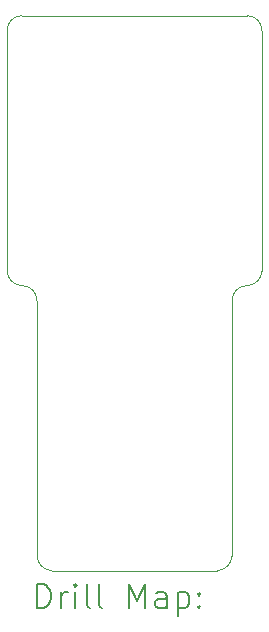
<source format=gbr>
%TF.GenerationSoftware,KiCad,Pcbnew,7.0.6*%
%TF.CreationDate,2023-07-20T15:13:18+09:00*%
%TF.ProjectId,esp32c3_test,65737033-3263-4335-9f74-6573742e6b69,rev?*%
%TF.SameCoordinates,PX7f2c270PY70a3730*%
%TF.FileFunction,Drillmap*%
%TF.FilePolarity,Positive*%
%FSLAX45Y45*%
G04 Gerber Fmt 4.5, Leading zero omitted, Abs format (unit mm)*
G04 Created by KiCad (PCBNEW 7.0.6) date 2023-07-20 15:13:18*
%MOMM*%
%LPD*%
G01*
G04 APERTURE LIST*
%ADD10C,0.100000*%
%ADD11C,0.200000*%
G04 APERTURE END LIST*
D10*
X2095500Y2476500D02*
G75*
G03*
X1968500Y2349500I0J-127000D01*
G01*
X2095500Y2476500D02*
G75*
G03*
X2222500Y2603500I0J127000D01*
G01*
X2222500Y4635500D02*
G75*
G03*
X2095500Y4762500I-127000J0D01*
G01*
X190500Y4762500D02*
G75*
G03*
X63500Y4635500I0J-127000D01*
G01*
X63500Y2603500D02*
G75*
G03*
X190500Y2476500I127000J0D01*
G01*
X317500Y2349500D02*
G75*
G03*
X190500Y2476500I-127000J0D01*
G01*
X317500Y190500D02*
G75*
G03*
X444500Y63500I127000J0D01*
G01*
X1841500Y63500D02*
G75*
G03*
X1968500Y190500I0J127000D01*
G01*
X1968500Y2349500D02*
X1968500Y190500D01*
X2222500Y4635500D02*
X2222500Y2603500D01*
X190500Y4762500D02*
X2095500Y4762500D01*
X63500Y2603500D02*
X63500Y4635500D01*
X317500Y190500D02*
X317500Y2349500D01*
X1841500Y63500D02*
X444500Y63500D01*
D11*
X319277Y-252984D02*
X319277Y-52984D01*
X319277Y-52984D02*
X366896Y-52984D01*
X366896Y-52984D02*
X395467Y-62508D01*
X395467Y-62508D02*
X414515Y-81555D01*
X414515Y-81555D02*
X424039Y-100603D01*
X424039Y-100603D02*
X433562Y-138698D01*
X433562Y-138698D02*
X433562Y-167270D01*
X433562Y-167270D02*
X424039Y-205365D01*
X424039Y-205365D02*
X414515Y-224412D01*
X414515Y-224412D02*
X395467Y-243460D01*
X395467Y-243460D02*
X366896Y-252984D01*
X366896Y-252984D02*
X319277Y-252984D01*
X519277Y-252984D02*
X519277Y-119650D01*
X519277Y-157746D02*
X528801Y-138698D01*
X528801Y-138698D02*
X538324Y-129174D01*
X538324Y-129174D02*
X557372Y-119650D01*
X557372Y-119650D02*
X576420Y-119650D01*
X643086Y-252984D02*
X643086Y-119650D01*
X643086Y-52984D02*
X633563Y-62508D01*
X633563Y-62508D02*
X643086Y-72031D01*
X643086Y-72031D02*
X652610Y-62508D01*
X652610Y-62508D02*
X643086Y-52984D01*
X643086Y-52984D02*
X643086Y-72031D01*
X766896Y-252984D02*
X747848Y-243460D01*
X747848Y-243460D02*
X738324Y-224412D01*
X738324Y-224412D02*
X738324Y-52984D01*
X871658Y-252984D02*
X852610Y-243460D01*
X852610Y-243460D02*
X843086Y-224412D01*
X843086Y-224412D02*
X843086Y-52984D01*
X1100229Y-252984D02*
X1100229Y-52984D01*
X1100229Y-52984D02*
X1166896Y-195841D01*
X1166896Y-195841D02*
X1233563Y-52984D01*
X1233563Y-52984D02*
X1233563Y-252984D01*
X1414515Y-252984D02*
X1414515Y-148222D01*
X1414515Y-148222D02*
X1404991Y-129174D01*
X1404991Y-129174D02*
X1385944Y-119650D01*
X1385944Y-119650D02*
X1347848Y-119650D01*
X1347848Y-119650D02*
X1328801Y-129174D01*
X1414515Y-243460D02*
X1395467Y-252984D01*
X1395467Y-252984D02*
X1347848Y-252984D01*
X1347848Y-252984D02*
X1328801Y-243460D01*
X1328801Y-243460D02*
X1319277Y-224412D01*
X1319277Y-224412D02*
X1319277Y-205365D01*
X1319277Y-205365D02*
X1328801Y-186317D01*
X1328801Y-186317D02*
X1347848Y-176793D01*
X1347848Y-176793D02*
X1395467Y-176793D01*
X1395467Y-176793D02*
X1414515Y-167270D01*
X1509753Y-119650D02*
X1509753Y-319650D01*
X1509753Y-129174D02*
X1528801Y-119650D01*
X1528801Y-119650D02*
X1566896Y-119650D01*
X1566896Y-119650D02*
X1585943Y-129174D01*
X1585943Y-129174D02*
X1595467Y-138698D01*
X1595467Y-138698D02*
X1604991Y-157746D01*
X1604991Y-157746D02*
X1604991Y-214888D01*
X1604991Y-214888D02*
X1595467Y-233936D01*
X1595467Y-233936D02*
X1585943Y-243460D01*
X1585943Y-243460D02*
X1566896Y-252984D01*
X1566896Y-252984D02*
X1528801Y-252984D01*
X1528801Y-252984D02*
X1509753Y-243460D01*
X1690705Y-233936D02*
X1700229Y-243460D01*
X1700229Y-243460D02*
X1690705Y-252984D01*
X1690705Y-252984D02*
X1681182Y-243460D01*
X1681182Y-243460D02*
X1690705Y-233936D01*
X1690705Y-233936D02*
X1690705Y-252984D01*
X1690705Y-129174D02*
X1700229Y-138698D01*
X1700229Y-138698D02*
X1690705Y-148222D01*
X1690705Y-148222D02*
X1681182Y-138698D01*
X1681182Y-138698D02*
X1690705Y-129174D01*
X1690705Y-129174D02*
X1690705Y-148222D01*
M02*

</source>
